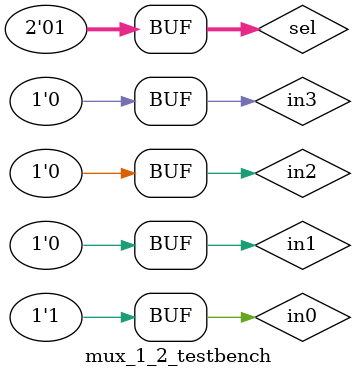
<source format=v>
module mux_31_2(
    input wire [31:0] in0,
    input wire [31:0] in1,
    input wire [31:0] in2,
    input wire [31:0] in3,
    input wire [1:0] sel,
    
    output reg [31:0]out
);
    always @(sel or in0 or in1 or in2 or in3) begin
   	 case (sel)
   		 0: out = in0;
   		 1: out = in1;
   		 2: out = in2;
   		 3: out = in3;
   	 endcase
    end
endmodule

module mux_31_2_testbench();
    reg [31:0] in0;
    reg [31:0] in1;
    reg [31:0] in2;
    reg [31:0] in3;
    
    reg [1:0] sel;
    wire [31:0] out;
    
    mux_31_2 DUT(in0, in1, in2, in3, sel, out);
    initial begin
   	 in0 = 0; in1 = 0; in2 = 0; in3 = 0; sel = 0;
   	 #(100) in0 = 72;
   	 #(100) sel = 0;
   	 #(100) sel = 1;
   	 
    end
endmodule
//=============================================
//MuxAluSourceA
module mux_31_1(
    input wire [31:0] in0,
    input wire [31:0] in1,
    input wire sel,
    
    output reg [31:0]out
);
    always @(*) begin
   	 case (sel)
   		 0: out = in0;
   		 1: out = in1;

   	 endcase
    end
endmodule

module mux_31_1_testbench();
    reg [31:0] in0;
    reg [31:0] in1;
    reg  sel;
    wire [31:0] out;
    
    mux_31_1 DUT(in0, in1, sel, out);
    initial begin
   	 in0 = 0; in1 = 0; sel = 0;
   	 #(100) in0 = 72;
   	 #(100) sel = 0;
   	 #(100) sel = 1;
   	 
    end
endmodule
//===============================================


//MuxAluSourceB==================================
module mux_31_3(
    input wire [31:0] in0,
    input wire [31:0] in1,
    input wire [31:0] in2,
    input wire [31:0] in3,
    input wire [31:0] in4,
    input wire [31:0] in5,

    input wire [2:0] sel,
    
    output reg [31:0]out
);
    always @(*) begin
   	 case (sel)
   		 0: out = in0;
   		 1: out = in1;
   		 2: out = in2;
   		 3: out = in3;
   		 4: out = in4;
   		 5: out = in5;


   	 endcase
    end
endmodule

module mux_31_3_testbench();
    reg [31:0] in0;
    reg [31:0] in1;
    reg [31:0] in2;
    reg [31:0] in3;
    reg [31:0] in4;
    reg [31:0] in5;


    reg  [2:0] sel;
    wire [31:0] out;
    
    mux_31_3 DUT(in0, in1, in2, in3, in4, in5, sel, out);
    initial begin
   	 in0 = 0; in1 = 0; in2 = 0; in3 = 0; in4 = 0; in5 = 0;  sel = 0;
   	 #(100) in0 = 72;
   	 #(100) sel = 0;
   	 #(100) sel = 1;
   	 
    end
endmodule
//===================================

module mux_4_2_testbench();
    reg [4:0] in0;
    reg [4:0] in1;
    reg [4:0] in2;
    


    reg  [1:0] sel;
    wire [4:0] out;
    
    mux_4_3 DUT(in0, in1, in2, sel, out);
    initial begin
   	 in0 = 0; in1 = 0; in2 = 0;  sel = 0;
   	 #(100) in0 = 5;
   	 #(100) sel = 0;
   	 #(100) sel = 1;
   	 
    end
endmodule
//===================================

//MuxReg2==================================
module mux_5_2(
    input wire [4:0] in0,
    input wire [4:0] in1,
    input wire [4:0] in2,


    input wire [1:0] sel,
    
    output reg [4:0]out
);
    always @(*) begin
   	 case (sel)
   		 0: out = in0;
   		 1: out = in1;
   		 2: out = in2;


   	 endcase
    end
endmodule

module mux_5_2_testbench();
    reg [4:0] in0;
    reg [4:0] in1;
    reg [4:0] in2;
    


    reg  [1:0] sel;
    wire [4:0] out;
    
    mux_5_2 DUT(in0, in1, in2, sel, out);
    initial begin
   	 in0 = 0; in1 = 0; in2 = 0;  sel = 0;
   	 #(100) in0 = 5;
   	 #(100) sel = 0;
   	 #(100) sel = 1;
   	 
    end
endmodule
//===================================

//MuxRegDST==================================
module mux_5_3(
    input wire [4:0] in0,
    input wire [4:0] in1,
    input wire [4:0] in2,
    input wire [4:0] in3,
    input wire [4:0] in4,


    input wire [2:0] sel,
    
    output reg [4:0]out
);
    always @(*) begin
   	 case (sel)
   		 0: out = in0;
   		 1: out = in1;
   		 2: out = in2;
   		 3: out = in3;
   		 4: out = in4;

   	 endcase
    end
endmodule

module mux_5_3_testbench();
    reg [4:0] in0;
    reg [4:0] in1;
    reg [4:0] in2;
    reg [4:0] in3;
    reg [4:0] in4;
    


    reg  [2:0] sel;
    wire [4:0] out;
    
    mux_5_3 DUT(in0, in1, in2, in3, in4, sel, out);
    initial begin
   	 in0 = 0; in1 = 0; in2 = 29; in3 = 30; in4 = 31; sel = 0;
   	 #(100) in0 = 5;
   	 #(100) sel = 0;
   	 #(100) sel = 1;
   	 
    end
endmodule
//===================================

//MuxBranchDec==================================
module mux_1_2(
    input wire  in0,
    input wire  in1,
    input wire  in2,
    input wire  in3,


    input wire [1:0] sel,
    
    output reg out
);
    always @(*) begin
   	 case (sel)
   		 0: out = in0;
   		 1: out = in1;
   		 2: out = in2;
   		 3: out = in3;

   	 endcase
    end
endmodule

module mux_1_2_testbench();
    reg  in0;
    reg  in1;
    reg  in2;
    reg  in3;
    

    reg  [1:0] sel;
    wire  out;
    
    mux_1_2 DUT(in0, in1, in2, in3, sel, out);
    initial begin
   	 in0 = 0; in1 = 0; in2 = 0; in3 = 0; sel = 0;
   	 #(100) in0 = 1;
   	 #(100) sel = 0;
   	 #(100) sel = 1;
   	 
    end
endmodule
//===================================
 

</source>
